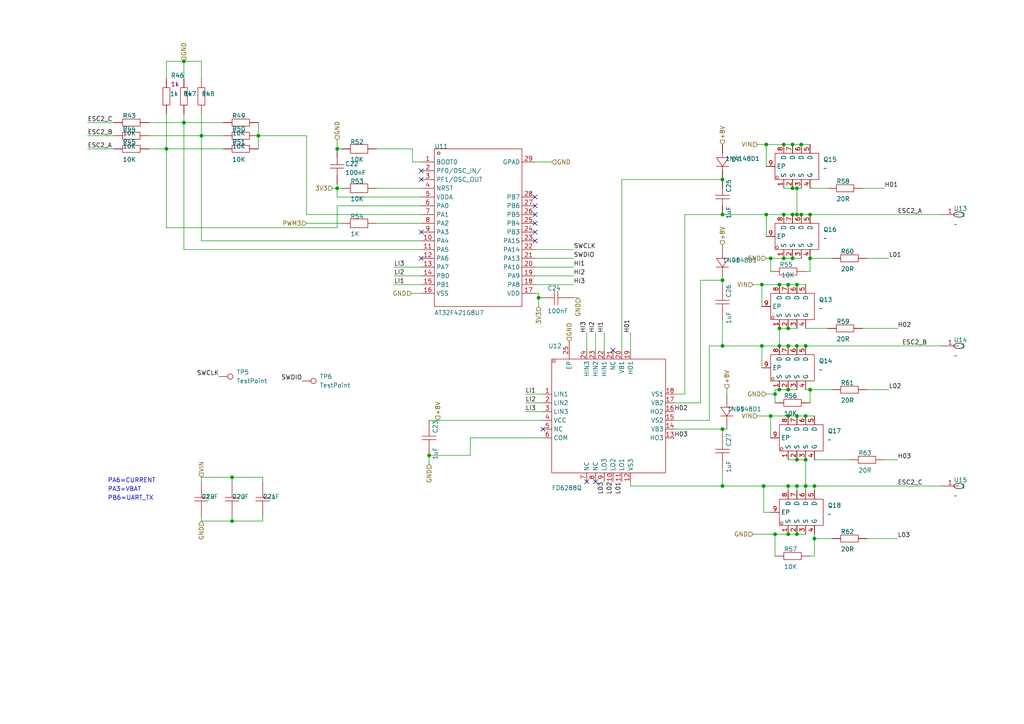
<source format=kicad_sch>
(kicad_sch (version 20250114) (generator "eeschema") (generator_version "9.0")
  (paper "A4")
  (lib_symbols
    (symbol "2_P2-altium-import:root_0_100nf_" (pin_numbers (hide yes)) (pin_names (hide yes))
      (symbol "root_0_100nf__1_0"
        (pin passive line (at -5.08 0 0) (length 2.54) (name "1") (number "1"))
        (pin passive line (at 5.08 0 180) (length 2.54) (name "2") (number "2"))
      )
    )
    (symbol "2_P2-altium-import:root_0_10k_" (pin_numbers (hide yes)) (pin_names (hide yes))
      (symbol "root_0_10k__1_0"
        (pin passive line (at -5.08 0 0) (length 2.54) (name "1") (number "1"))
        (pin passive line (at 5.08 0 180) (length 2.54) (name "2") (number "2"))
      )
    )
    (symbol "2_P2-altium-import:root_0_AT32F421G8U7_"
      (symbol "root_0_AT32F421G8U7__1_0"
        (pin passive line (at -3.81 41.91 0) (length 3.81) (name "BOOT0") (number "1"))
        (pin passive line (at -3.81 39.37 0) (length 3.81) (name "PF0/OSC_IN/") (number "2"))
        (pin passive line (at -3.81 36.83 0) (length 3.81) (name "PF1/OSC_OUT") (number "3"))
        (pin passive line (at -3.81 34.29 0) (length 3.81) (name "NRST") (number "4"))
        (pin passive line (at -3.81 31.75 0) (length 3.81) (name "VDDA") (number "5"))
        (pin passive line (at -3.81 29.21 0) (length 3.81) (name "PA0") (number "6"))
        (pin passive line (at -3.81 26.67 0) (length 3.81) (name "PA1") (number "7"))
        (pin passive line (at -3.81 24.13 0) (length 3.81) (name "PA2") (number "8"))
        (pin passive line (at -3.81 21.59 0) (length 3.81) (name "PA3") (number "9"))
        (pin passive line (at -3.81 19.05 0) (length 3.81) (name "PA4") (number "10"))
        (pin passive line (at -3.81 16.51 0) (length 3.81) (name "PA5") (number "11"))
        (pin passive line (at -3.81 13.97 0) (length 3.81) (name "PA6") (number "12"))
        (pin passive line (at -3.81 11.43 0) (length 3.81) (name "PA7") (number "13"))
        (pin passive line (at -3.81 8.89 0) (length 3.81) (name "PB0") (number "14"))
        (pin passive line (at -3.81 6.35 0) (length 3.81) (name "PB1") (number "15"))
        (pin passive line (at -3.81 3.81 0) (length 3.81) (name "VSS") (number "16"))
        (pin passive line (at 29.21 41.91 180) (length 3.81) (name "GPAD") (number "29"))
        (pin passive line (at 29.21 31.75 180) (length 3.81) (name "PB7") (number "28"))
        (pin passive line (at 29.21 29.21 180) (length 3.81) (name "PB6") (number "27"))
        (pin passive line (at 29.21 26.67 180) (length 3.81) (name "PB5") (number "26"))
        (pin passive line (at 29.21 24.13 180) (length 3.81) (name "PB4") (number "25"))
        (pin passive line (at 29.21 21.59 180) (length 3.81) (name "PB3") (number "24"))
        (pin passive line (at 29.21 19.05 180) (length 3.81) (name "PA15") (number "23"))
        (pin passive line (at 29.21 16.51 180) (length 3.81) (name "PA14") (number "22"))
        (pin passive line (at 29.21 13.97 180) (length 3.81) (name "PA13") (number "21"))
        (pin passive line (at 29.21 11.43 180) (length 3.81) (name "PA10") (number "20"))
        (pin passive line (at 29.21 8.89 180) (length 3.81) (name "PA9") (number "19"))
        (pin passive line (at 29.21 6.35 180) (length 3.81) (name "PA8") (number "18"))
        (pin passive line (at 29.21 3.81 180) (length 3.81) (name "VDD") (number "17"))
      )
    )
    (symbol "2_P2-altium-import:root_0_ESC焊盘_"
      (symbol "root_0_ESC焊盘__1_0"
        (pin passive line (at -5.08 0 0) (length 5.08) (name "1") (number "1"))
      )
    )
    (symbol "2_P2-altium-import:root_0_FD6288Q_3_"
      (symbol "root_0_FD6288Q_3__1_0"
        (pin passive line (at -19.05 6.35 0) (length 2.54) (name "LIN1") (number "1"))
        (pin passive line (at -19.05 3.81 0) (length 2.54) (name "LIN2") (number "2"))
        (pin passive line (at -19.05 1.27 0) (length 2.54) (name "LIN3") (number "3"))
        (pin passive line (at -19.05 -1.27 0) (length 2.54) (name "VCC") (number "4"))
        (pin passive line (at -19.05 -3.81 0) (length 2.54) (name "NC") (number "5"))
        (pin passive line (at -19.05 -6.35 0) (length 2.54) (name "COM") (number "6"))
        (pin passive line (at -11.43 21.59 270) (length 5.08) (name "EP") (number "25"))
        (pin passive line (at -6.35 19.05 270) (length 2.54) (name "HIN3") (number "24"))
        (pin passive line (at -6.35 -19.05 90) (length 2.54) (name "NC") (number "7"))
        (pin passive line (at -3.81 19.05 270) (length 2.54) (name "HIN2") (number "23"))
        (pin passive line (at -3.81 -19.05 90) (length 2.54) (name "NC") (number "8"))
        (pin passive line (at -1.27 19.05 270) (length 2.54) (name "HIN1") (number "22"))
        (pin passive line (at -1.27 -19.05 90) (length 2.54) (name "LO3") (number "9"))
        (pin passive line (at 1.27 19.05 270) (length 2.54) (name "NC") (number "21"))
        (pin passive line (at 1.27 -19.05 90) (length 2.54) (name "LO2") (number "10"))
        (pin passive line (at 3.81 19.05 270) (length 2.54) (name "VB1") (number "20"))
        (pin passive line (at 3.81 -19.05 90) (length 2.54) (name "LO1") (number "11"))
        (pin passive line (at 6.35 19.05 270) (length 2.54) (name "HO1") (number "19"))
        (pin passive line (at 6.35 -19.05 90) (length 2.54) (name "VS3") (number "12"))
        (pin passive line (at 19.05 6.35 180) (length 2.54) (name "VS1") (number "18"))
        (pin passive line (at 19.05 3.81 180) (length 2.54) (name "VB2") (number "17"))
        (pin passive line (at 19.05 1.27 180) (length 2.54) (name "HO2") (number "16"))
        (pin passive line (at 19.05 -1.27 180) (length 2.54) (name "VS2") (number "15"))
        (pin passive line (at 19.05 -3.81 180) (length 2.54) (name "VB3") (number "14"))
        (pin passive line (at 19.05 -6.35 180) (length 2.54) (name "HO3") (number "13"))
      )
    )
    (symbol "2_P2-altium-import:root_0_R0201_3_" (pin_numbers (hide yes)) (pin_names (hide yes))
      (symbol "root_0_R0201_3__1_0"
        (pin passive line (at -5.08 0 0) (length 2.54) (name "1") (number "1"))
        (pin passive line (at 5.08 0 180) (length 2.54) (name "2") (number "2"))
      )
    )
    (symbol "2_P2-altium-import:root_0_R0402_" (pin_numbers (hide yes)) (pin_names (hide yes))
      (symbol "root_0_R0402__1_0"
        (pin passive line (at -5.08 0 0) (length 2.54) (name "1") (number "1"))
        (pin passive line (at 5.08 0 180) (length 2.54) (name "2") (number "2"))
      )
    )
    (symbol "2_P2-altium-import:root_1_100nf_" (pin_numbers (hide yes)) (pin_names (hide yes))
      (symbol "root_1_100nf__1_0"
        (pin passive line (at 0 5.08 270) (length 2.54) (name "2") (number "2"))
        (pin passive line (at 0 -5.08 90) (length 2.54) (name "1") (number "1"))
      )
    )
    (symbol "2_P2-altium-import:root_1_CAP_0805_" (pin_numbers (hide yes)) (pin_names (hide yes))
      (symbol "root_1_CAP_0805__1_0"
        (pin passive line (at 0 5.08 270) (length 2.54) (name "2") (number "2"))
        (pin passive line (at 0 -5.08 90) (length 2.54) (name "1") (number "1"))
      )
    )
    (symbol "2_P2-altium-import:root_1_R0201_3_" (pin_numbers (hide yes)) (pin_names (hide yes))
      (symbol "root_1_R0201_3__1_0"
        (pin passive line (at 0 5.08 270) (length 2.54) (name "2") (number "2"))
        (pin passive line (at 0 -5.08 90) (length 2.54) (name "1") (number "1"))
      )
    )
    (symbol "2_P2-altium-import:root_1_SED3080M_"
      (symbol "root_1_SED3080M__1_0"
        (pin passive line (at -8.89 0 0) (length 2.54) (name "EP") (number "9"))
        (pin passive line (at -3.81 6.35 270) (length 2.54) (name "D") (number "8"))
        (pin passive line (at -3.81 -6.35 90) (length 2.54) (name "S") (number "1"))
        (pin passive line (at -1.27 6.35 270) (length 2.54) (name "D") (number "7"))
        (pin passive line (at -1.27 -6.35 90) (length 2.54) (name "S") (number "2"))
        (pin passive line (at 1.27 6.35 270) (length 2.54) (name "D") (number "6"))
        (pin passive line (at 1.27 -6.35 90) (length 2.54) (name "S") (number "3"))
        (pin passive line (at 3.81 6.35 270) (length 2.54) (name "D") (number "5"))
        (pin passive line (at 3.81 -6.35 90) (length 2.54) (name "G") (number "4"))
      )
    )
    (symbol "2_P2-altium-import:root_1_TPBT4448-1006_" (pin_numbers (hide yes)) (pin_names (hide yes))
      (symbol "root_1_TPBT4448-1006__1_0"
        (pin passive line (at 0 5.08 270) (length 2.54) (name "A") (number "2"))
        (pin passive line (at 0 -5.08 90) (length 2.54) (name "K") (number "1"))
      )
    )
    (symbol "2_P2-altium-import:root_2_1k_" (pin_numbers (hide yes)) (pin_names (hide yes))
      (symbol "root_2_1k__1_0"
        (pin passive line (at -5.08 0 0) (length 2.54) (name "2") (number "2"))
        (pin passive line (at 5.08 0 180) (length 2.54) (name "1") (number "1"))
      )
    )
    (symbol "2_P2-altium-import:root_3_C0402_" (pin_numbers (hide yes)) (pin_names (hide yes))
      (symbol "root_3_C0402__1_0"
        (pin passive line (at 0 5.08 270) (length 2.54) (name "1") (number "1"))
        (pin passive line (at 0 -5.08 90) (length 2.54) (name "2") (number "2"))
      )
    )
    (symbol "Connector:TestPoint" (pin_numbers (hide yes)) (pin_names (offset 0.762) (hide yes))
      (property "Reference" "TP" (at 0 6.858 0))
      (property "Value" "TestPoint" (at 0 5.08 0))
      (symbol "TestPoint_1_1"
        (pin passive line (at 0 0 90) (length 2.54) (name "1") (number "1"))
      )
    )
  )
  (text "PB6=UART_TX" (at 31.242 145.288 0) (effects (font (size 1.27 1.27)) (justify left bottom)))
  (text "PA6=CURRENT" (at 31.242 140.208 0) (effects (font (size 1.27 1.27)) (justify left bottom)))
  (text "PA3=VBAT" (at 31.242 142.748 0) (effects (font (size 1.27 1.27)) (justify left bottom)))
  (junction (at 233.68 133.35))
  (junction (at 228.6 82.55))
  (junction (at 74.93 39.37))
  (junction (at 222.25 41.91))
  (junction (at 231.14 133.35))
  (junction (at 97.79 54.61))
  (junction (at 233.68 100.33))
  (junction (at 97.79 43.18))
  (junction (at 229.87 62.23))
  (junction (at 231.14 154.94))
  (junction (at 221.488 140.97))
  (junction (at 232.41 62.23))
  (junction (at 220.98 82.55))
  (junction (at 228.6 113.03))
  (junction (at 58.42 39.37))
  (junction (at 228.6 120.65))
  (junction (at 156.21 86.36))
  (junction (at 209.55 52.07))
  (junction (at 231.14 140.97))
  (junction (at 223.52 74.93))
  (junction (at 231.14 54.61))
  (junction (at 222.25 62.23))
  (junction (at 220.98 100.33))
  (junction (at 232.41 41.91))
  (junction (at 231.14 120.65))
  (junction (at 124.46 132.08))
  (junction (at 229.87 41.91))
  (junction (at 233.68 140.97))
  (junction (at 231.14 82.55))
  (junction (at 48.26 43.18))
  (junction (at 234.95 113.03))
  (junction (at 67.31 138.43))
  (junction (at 53.34 17.78))
  (junction (at 229.87 54.61))
  (junction (at 209.55 62.23))
  (junction (at 53.34 35.56))
  (junction (at 231.14 62.23))
  (junction (at 234.95 74.93))
  (junction (at 227.33 74.93))
  (junction (at 236.22 156.21))
  (junction (at 226.06 113.03))
  (junction (at 226.06 82.55))
  (junction (at 226.06 95.25))
  (junction (at 209.55 140.97))
  (junction (at 227.33 62.23))
  (junction (at 227.33 41.91))
  (junction (at 209.55 124.46))
  (junction (at 209.55 100.33))
  (junction (at 224.79 154.94))
  (junction (at 67.31 151.13))
  (junction (at 234.95 62.23))
  (junction (at 229.87 74.93))
  (junction (at 228.6 95.25))
  (junction (at 233.68 120.65))
  (junction (at 226.06 100.33))
  (junction (at 236.22 140.97))
  (junction (at 228.6 100.33))
  (junction (at 228.6 140.97))
  (junction (at 224.79 114.3))
  (junction (at 228.6 154.94))
  (junction (at 223.52 120.65))
  (junction (at 209.55 81.28))
  (junction (at 231.14 100.33))
  (no_connect (at 122.174 74.93))
  (no_connect (at 122.174 52.07))
  (no_connect (at 155.194 64.77))
  (no_connect (at 122.174 67.31))
  (no_connect (at 155.194 67.31))
  (no_connect (at 155.194 69.85))
  (no_connect (at 155.194 62.23))
  (no_connect (at 177.8 101.6))
  (no_connect (at 155.194 59.69))
  (no_connect (at 122.174 49.53))
  (no_connect (at 172.72 139.7))
  (no_connect (at 157.48 124.46))
  (no_connect (at 170.18 139.7))
  (no_connect (at 155.194 57.15))
  (wire (pts (xy 233.68 95.25) (xy 240.03 95.25)))
  (wire (pts (xy 124.46 134.62) (xy 124.46 132.08)))
  (wire (pts (xy 233.68 113.03) (xy 234.95 113.03)))
  (wire (pts (xy 67.31 138.43) (xy 67.31 139.7)))
  (wire (pts (xy 227.33 62.23) (xy 229.87 62.23)))
  (wire (pts (xy 53.34 35.56) (xy 53.34 33.02)))
  (wire (pts (xy 48.26 33.02) (xy 48.26 43.18)))
  (wire (pts (xy 97.79 59.69) (xy 97.79 66.04)))
  (wire (pts (xy 260.35 133.35) (xy 256.54 133.35)))
  (wire (pts (xy 156.21 85.09) (xy 156.21 86.36)))
  (wire (pts (xy 224.79 113.03) (xy 224.79 114.3)))
  (wire (pts (xy 119.634 43.18) (xy 109.22 43.18)))
  (wire (pts (xy 234.95 113.03) (xy 234.95 116.84)))
  (wire (pts (xy 221.488 140.97) (xy 228.6 140.97)))
  (wire (pts (xy 53.34 35.56) (xy 53.34 72.39)))
  (wire (pts (xy 182.88 96.52) (xy 182.88 101.6)))
  (wire (pts (xy 233.68 100.33) (xy 273.05 100.33)))
  (wire (pts (xy 64.77 35.56) (xy 53.34 35.56)))
  (wire (pts (xy 119.38 85.09) (xy 122.174 85.09)))
  (wire (pts (xy 152.4 116.84) (xy 157.48 116.84)))
  (wire (pts (xy 33.02 39.37) (xy 25.4 39.37)))
  (wire (pts (xy 229.87 54.61) (xy 227.33 54.61)))
  (wire (pts (xy 122.174 46.99) (xy 119.634 46.99)))
  (wire (pts (xy 25.4 35.56) (xy 33.02 35.56)))
  (wire (pts (xy 231.14 154.94) (xy 228.6 154.94)))
  (wire (pts (xy 226.06 82.55) (xy 228.6 82.55)))
  (wire (pts (xy 222.25 48.26) (xy 222.25 41.91)))
  (wire (pts (xy 114.3 80.01) (xy 122.174 80.01)))
  (wire (pts (xy 220.98 100.33) (xy 226.06 100.33)))
  (wire (pts (xy 209.55 92.71) (xy 209.55 100.33)))
  (wire (pts (xy 203.2 81.28) (xy 209.55 81.28)))
  (wire (pts (xy 122.174 72.39) (xy 53.34 72.39)))
  (wire (pts (xy 229.87 62.23) (xy 231.14 62.23)))
  (wire (pts (xy 58.42 17.78) (xy 53.34 17.78)))
  (wire (pts (xy 48.26 43.18) (xy 48.26 66.04)))
  (wire (pts (xy 228.6 113.03) (xy 231.14 113.03)))
  (wire (pts (xy 175.26 101.6) (xy 175.26 96.52)))
  (wire (pts (xy 205.74 100.33) (xy 209.55 100.33)))
  (wire (pts (xy 223.52 74.93) (xy 223.52 78.74)))
  (wire (pts (xy 220.98 88.9) (xy 220.98 82.55)))
  (wire (pts (xy 221.488 148.59) (xy 223.52 148.59)))
  (wire (pts (xy 74.93 39.37) (xy 74.93 35.56)))
  (wire (pts (xy 234.95 74.93) (xy 241.3 74.93)))
  (wire (pts (xy 122.174 69.85) (xy 58.42 69.85)))
  (wire (pts (xy 236.22 156.21) (xy 236.22 161.29)))
  (wire (pts (xy 203.2 81.28) (xy 203.2 116.84)))
  (wire (pts (xy 209.55 125.73) (xy 209.55 124.46)))
  (wire (pts (xy 226.06 100.33) (xy 228.6 100.33)))
  (wire (pts (xy 58.42 151.13) (xy 58.42 149.86)))
  (wire (pts (xy 220.98 100.33) (xy 220.98 106.68)))
  (wire (pts (xy 97.79 54.61) (xy 96.52 54.61)))
  (wire (pts (xy 236.22 140.97) (xy 236.22 142.24)))
  (wire (pts (xy 58.42 138.43) (xy 58.42 139.7)))
  (wire (pts (xy 250.19 95.25) (xy 260.35 95.25)))
  (wire (pts (xy 226.06 113.03) (xy 224.79 113.03)))
  (wire (pts (xy 97.79 54.61) (xy 99.06 54.61)))
  (wire (pts (xy 224.79 154.94) (xy 228.6 154.94)))
  (wire (pts (xy 58.42 138.43) (xy 67.31 138.43)))
  (wire (pts (xy 236.22 156.21) (xy 241.3 156.21)))
  (wire (pts (xy 222.25 68.58) (xy 222.25 62.23)))
  (wire (pts (xy 114.3 77.47) (xy 122.174 77.47)))
  (wire (pts (xy 232.41 54.61) (xy 231.14 54.61)))
  (wire (pts (xy 231.14 100.33) (xy 233.68 100.33)))
  (wire (pts (xy 97.79 40.64) (xy 97.79 43.18)))
  (wire (pts (xy 195.58 114.3) (xy 198.628 114.3)))
  (wire (pts (xy 109.22 64.77) (xy 122.174 64.77)))
  (wire (pts (xy 209.55 100.33) (xy 220.98 100.33)))
  (wire (pts (xy 119.634 46.99) (xy 119.634 43.18)))
  (wire (pts (xy 74.93 39.37) (xy 74.676 39.37)))
  (wire (pts (xy 233.68 154.94) (xy 231.14 154.94)))
  (wire (pts (xy 233.68 140.97) (xy 231.14 140.97)))
  (wire (pts (xy 109.22 54.61) (xy 122.174 54.61)))
  (wire (pts (xy 209.55 62.23) (xy 222.25 62.23)))
  (wire (pts (xy 67.31 138.43) (xy 76.2 138.43)))
  (wire (pts (xy 155.194 46.99) (xy 160.02 46.99)))
  (wire (pts (xy 232.41 62.23) (xy 234.95 62.23)))
  (wire (pts (xy 224.79 114.3) (xy 224.79 116.84)))
  (wire (pts (xy 170.18 96.52) (xy 170.18 101.6)))
  (wire (pts (xy 198.628 62.23) (xy 198.628 114.3)))
  (wire (pts (xy 155.194 72.39) (xy 166.37 72.39)))
  (wire (pts (xy 48.26 17.78) (xy 48.26 22.86)))
  (wire (pts (xy 74.93 43.18) (xy 74.93 39.37)))
  (wire (pts (xy 251.46 113.03) (xy 257.81 113.03)))
  (wire (pts (xy 195.58 121.92) (xy 205.74 121.92)))
  (wire (pts (xy 195.58 116.84) (xy 203.2 116.84)))
  (wire (pts (xy 222.25 62.23) (xy 227.33 62.23)))
  (wire (pts (xy 97.79 43.18) (xy 99.06 43.18)))
  (wire (pts (xy 231.14 82.55) (xy 233.68 82.55)))
  (wire (pts (xy 234.95 78.74) (xy 234.95 74.93)))
  (wire (pts (xy 53.34 35.56) (xy 43.18 35.56)))
  (wire (pts (xy 97.79 54.61) (xy 97.79 57.15)))
  (wire (pts (xy 97.79 59.69) (xy 122.174 59.69)))
  (wire (pts (xy 88.9 62.23) (xy 88.9 39.37)))
  (wire (pts (xy 155.194 74.93) (xy 166.37 74.93)))
  (wire (pts (xy 218.44 154.94) (xy 224.79 154.94)))
  (wire (pts (xy 114.3 82.55) (xy 122.174 82.55)))
  (wire (pts (xy 97.79 53.34) (xy 97.79 54.61)))
  (wire (pts (xy 155.194 82.55) (xy 166.37 82.55)))
  (wire (pts (xy 231.14 133.35) (xy 233.68 133.35)))
  (wire (pts (xy 182.88 139.7) (xy 182.88 140.97)))
  (wire (pts (xy 228.6 133.35) (xy 231.14 133.35)))
  (wire (pts (xy 152.4 119.38) (xy 157.48 119.38)))
  (wire (pts (xy 234.95 62.23) (xy 273.05 62.23)))
  (wire (pts (xy 229.87 41.91) (xy 232.41 41.91)))
  (wire (pts (xy 43.18 39.37) (xy 58.42 39.37)))
  (wire (pts (xy 233.68 133.35) (xy 233.68 140.97)))
  (wire (pts (xy 231.14 140.97) (xy 228.6 140.97)))
  (wire (pts (xy 233.68 120.65) (xy 236.22 120.65)))
  (wire (pts (xy 250.19 54.61) (xy 256.54 54.61)))
  (wire (pts (xy 180.34 52.07) (xy 180.34 101.6)))
  (wire (pts (xy 48.26 43.18) (xy 64.77 43.18)))
  (wire (pts (xy 236.22 140.97) (xy 233.68 140.97)))
  (wire (pts (xy 233.68 140.97) (xy 233.68 142.24)))
  (wire (pts (xy 222.25 41.91) (xy 227.33 41.91)))
  (wire (pts (xy 226.06 113.03) (xy 228.6 113.03)))
  (wire (pts (xy 233.68 78.74) (xy 234.95 78.74)))
  (wire (pts (xy 122.174 62.23) (xy 88.9 62.23)))
  (wire (pts (xy 222.25 74.93) (xy 223.52 74.93)))
  (wire (pts (xy 198.628 62.23) (xy 209.55 62.23)))
  (wire (pts (xy 228.6 82.55) (xy 231.14 82.55)))
  (wire (pts (xy 221.488 140.97) (xy 221.488 148.59)))
  (wire (pts (xy 58.42 39.37) (xy 64.77 39.37)))
  (wire (pts (xy 251.46 156.21) (xy 260.35 156.21)))
  (wire (pts (xy 156.21 85.09) (xy 155.194 85.09)))
  (wire (pts (xy 231.14 54.61) (xy 231.14 62.23)))
  (wire (pts (xy 236.22 154.94) (xy 236.22 156.21)))
  (wire (pts (xy 209.55 140.97) (xy 221.488 140.97)))
  (wire (pts (xy 48.26 43.18) (xy 43.18 43.18)))
  (wire (pts (xy 228.6 100.33) (xy 231.14 100.33)))
  (wire (pts (xy 228.6 95.25) (xy 231.14 95.25)))
  (wire (pts (xy 67.31 151.13) (xy 76.2 151.13)))
  (wire (pts (xy 67.31 149.86) (xy 67.31 151.13)))
  (wire (pts (xy 167.64 86.36) (xy 166.37 86.36)))
  (wire (pts (xy 136.398 132.08) (xy 136.398 127)))
  (wire (pts (xy 172.72 96.52) (xy 172.72 101.6)))
  (wire (pts (xy 231.14 120.65) (xy 233.68 120.65)))
  (wire (pts (xy 219.71 41.91) (xy 222.25 41.91)))
  (wire (pts (xy 58.42 151.13) (xy 67.31 151.13)))
  (wire (pts (xy 97.79 66.04) (xy 48.26 66.04)))
  (wire (pts (xy 182.88 140.97) (xy 209.55 140.97)))
  (wire (pts (xy 218.44 82.55) (xy 220.98 82.55)))
  (wire (pts (xy 210.82 112.776) (xy 210.82 114.3)))
  (wire (pts (xy 124.46 132.08) (xy 136.398 132.08)))
  (wire (pts (xy 226.06 95.25) (xy 228.6 95.25)))
  (wire (pts (xy 232.41 41.91) (xy 234.95 41.91)))
  (wire (pts (xy 155.194 80.01) (xy 166.37 80.01)))
  (wire (pts (xy 223.52 120.65) (xy 228.6 120.65)))
  (wire (pts (xy 58.42 17.78) (xy 58.42 22.86)))
  (wire (pts (xy 155.194 77.47) (xy 166.37 77.47)))
  (wire (pts (xy 234.95 113.03) (xy 241.3 113.03)))
  (wire (pts (xy 227.33 41.91) (xy 229.87 41.91)))
  (wire (pts (xy 53.34 17.78) (xy 53.34 22.86)))
  (wire (pts (xy 222.25 114.3) (xy 224.79 114.3)))
  (wire (pts (xy 53.34 17.78) (xy 48.26 17.78)))
  (wire (pts (xy 205.74 121.92) (xy 205.74 100.33)))
  (wire (pts (xy 228.6 140.97) (xy 228.6 142.24)))
  (wire (pts (xy 58.42 33.02) (xy 58.42 39.37)))
  (wire (pts (xy 88.9 64.77) (xy 99.06 64.77)))
  (wire (pts (xy 157.48 127) (xy 136.398 127)))
  (wire (pts (xy 227.33 74.93) (xy 229.87 74.93)))
  (wire (pts (xy 219.71 120.65) (xy 223.52 120.65)))
  (wire (pts (xy 124.46 121.92) (xy 157.48 121.92)))
  (wire (pts (xy 209.55 124.46) (xy 210.82 124.46)))
  (wire (pts (xy 231.14 120.65) (xy 228.6 120.65)))
  (wire (pts (xy 209.55 81.28) (xy 209.55 82.55)))
  (wire (pts (xy 231.14 140.97) (xy 231.14 142.24)))
  (wire (pts (xy 223.52 120.65) (xy 223.52 127)))
  (wire (pts (xy 236.22 140.97) (xy 273.05 140.97)))
  (wire (pts (xy 226.06 95.25) (xy 226.06 100.33)))
  (wire (pts (xy 231.14 62.23) (xy 232.41 62.23)))
  (wire (pts (xy 231.14 54.61) (xy 229.87 54.61)))
  (wire (pts (xy 180.34 52.07) (xy 209.55 52.07)))
  (wire (pts (xy 195.58 124.46) (xy 209.55 124.46)))
  (wire (pts (xy 76.2 151.13) (xy 76.2 149.86)))
  (wire (pts (xy 224.79 154.94) (xy 224.79 161.29)))
  (wire (pts (xy 156.21 86.36) (xy 156.21 88.9)))
  (wire (pts (xy 229.87 74.93) (xy 232.41 74.93)))
  (wire (pts (xy 25.4 43.18) (xy 33.02 43.18)))
  (wire (pts (xy 152.4 114.3) (xy 157.48 114.3)))
  (wire (pts (xy 97.79 57.15) (xy 122.174 57.15)))
  (wire (pts (xy 251.46 74.93) (xy 257.81 74.93)))
  (wire (pts (xy 220.98 82.55) (xy 226.06 82.55)))
  (wire (pts (xy 58.42 39.37) (xy 58.42 69.85)))
  (wire (pts (xy 234.95 54.61) (xy 240.03 54.61)))
  (wire (pts (xy 223.52 74.93) (xy 227.33 74.93)))
  (wire (pts (xy 76.2 138.43) (xy 76.2 139.7)))
  (wire (pts (xy 236.22 161.29) (xy 234.95 161.29)))
  (wire (pts (xy 236.22 133.35) (xy 246.38 133.35)))
  (wire (pts (xy 88.9 39.37) (xy 74.93 39.37)))
  (wire (pts (xy 209.55 135.89) (xy 209.55 140.97)))
  (label "H01" (at 182.88 96.52 90))
  (label "HI2" (at 166.37 80.01 0))
  (label "SWDIO" (at 87.63 110.49 180))
  (label "L03" (at 175.26 139.7 270))
  (label "LI1" (at 152.4 114.3 0))
  (label "H02" (at 260.35 95.25 0))
  (label "L01" (at 180.34 139.7 270))
  (label "ESC2_C" (at 25.4 35.56 0))
  (label "SWDIO" (at 166.37 74.93 0))
  (label "SWCLK" (at 63.5 109.22 180))
  (label "HI3" (at 166.37 82.55 0))
  (label "LI1" (at 114.3 82.55 0))
  (label "HI1" (at 166.37 77.47 0))
  (label "LI2" (at 114.3 80.01 0))
  (label "SWCLK" (at 166.37 72.39 0))
  (label "HI2" (at 172.72 96.52 90))
  (label "ESC2_B" (at 261.62 100.33 0))
  (label "L02" (at 257.81 113.03 0))
  (label "H02" (at 195.58 119.38 0))
  (label "H03" (at 195.58 127 0))
  (label "ESC2_A" (at 25.4 43.18 0))
  (label "HI3" (at 170.18 96.52 90))
  (label "LI2" (at 152.4 116.84 0))
  (label "LI3" (at 152.4 119.38 0))
  (label "ESC2_A" (at 260.35 62.23 0))
  (label "H01" (at 256.54 54.61 0))
  (label "L03" (at 260.35 156.21 0))
  (label "L02" (at 177.8 139.7 270))
  (label "L01" (at 257.81 74.93 0))
  (label "ESC2_C" (at 260.35 140.97 0))
  (label "H03" (at 260.35 133.35 0))
  (label "ESC2_B" (at 25.4 39.37 0))
  (label "LI3" (at 114.3 77.47 0))
  (label "HI1" (at 175.26 96.52 90))
  (hierarchical_label "+8V" (shape input) (at 127 121.92 90))
  (hierarchical_label "GND" (shape input) (at 124.46 134.62 270))
  (hierarchical_label "PWM3" (shape input) (at 88.9 64.77 180))
  (hierarchical_label "GND" (shape input) (at 218.44 154.94 180))
  (hierarchical_label "GND" (shape input) (at 58.42 151.13 270))
  (hierarchical_label "GND" (shape input) (at 53.34 17.78 90))
  (hierarchical_label "GND" (shape input) (at 97.79 40.64 90))
  (hierarchical_label "+8V" (shape input) (at 209.55 71.12 90))
  (hierarchical_label "VIN" (shape input) (at 219.71 120.65 180))
  (hierarchical_label "GND" (shape input) (at 222.25 74.93 180))
  (hierarchical_label "+8V" (shape input) (at 209.55 41.91 90))
  (hierarchical_label "GND" (shape input) (at 165.1 99.06 90))
  (hierarchical_label "+8V" (shape input) (at 210.82 112.776 90))
  (hierarchical_label "GND" (shape input) (at 119.38 85.09 180))
  (hierarchical_label "GND" (shape input) (at 222.25 114.3 180))
  (hierarchical_label "3V3" (shape input) (at 96.52 54.61 180))
  (hierarchical_label "GND" (shape input) (at 167.64 86.36 270))
  (hierarchical_label "VIN" (shape input) (at 219.71 41.91 180))
  (hierarchical_label "GND" (shape input) (at 160.02 46.99 0))
  (hierarchical_label "VIN" (shape input) (at 218.44 82.55 180))
  (hierarchical_label "VIN" (shape input) (at 58.42 138.43 90))
  (hierarchical_label "3V3" (shape input) (at 156.21 88.9 270))
  (symbol (lib_id "2_P2-altium-import:root_3_C0402_") (at 124.46 127 0) (unit 1)
    (property "Reference" "C23" (at 127 125.73 90) (effects (justify left bottom)))
    (property "Value" "1uF" (at 127 133.35 90) (effects (justify left bottom)))
    (property "Footprint" "lcsc:C0201" (effects (hide yes)))
    (property "SYMBOL" "CapAcitance_1" (effects (hide yes)))
    (property "DEVICE" "C0402" (effects (hide yes)))
    (property "CONVERT TO PCB" "yes" (effects (hide yes)))
    (property "ADD INTO BOM" "yes" (effects (hide yes)))
    (property "SUPPLIER FOOTPRINT" "0402" (effects (hide yes)))
    (property "ALTIUM_VALUE" "1uF" (effects (hide yes)))
    (property "SUPPLIER PART" "C76935" (effects (hide yes)))
    (property "CHECK" "false" (effects (hide yes)))
  )
  (symbol (lib_id "2_P2-altium-import:root_0_R0201_3_") (at 245.11 95.25 0) (unit 1)
    (property "Reference" "R59" (at 242.57 93.98 0) (effects (justify left bottom)))
    (property "Value" "20R" (at 242.57 99.06 0) (effects (justify left bottom)))
    (property "Footprint" "lcsc:R0201" (effects (hide yes)))
    (property "SYMBOL" "电阻_2" (effects (hide yes)))
    (property "DEVICE" "R0201_3" (effects (hide yes)))
    (property "CONVERT TO PCB" "yes" (effects (hide yes)))
    (property "ADD INTO BOM" "yes" (effects (hide yes)))
    (property "SUPPLIER FOOTPRINT" "0201" (effects (hide yes)))
    (property "ALTIUM_VALUE" "20R" (effects (hide yes)))
    (property "CHECK" "false" (effects (hide yes)))
  )
  (symbol (lib_id "2_P2-altium-import:root_1_TPBT4448-1006_") (at 209.55 46.99 0) (unit 1)
    (property "Reference" "D7" (at 212.09 46.99 0) (effects (justify left bottom)))
    (property "Value" "1N4148D1" (at 210.312 46.736 0) (effects (justify left bottom)))
    (property "Footprint" "lcsc:DFN1006-2L-RD" (effects (hide yes)))
    (property "SYMBOL" "TPBT4448-1006" (effects (hide yes)))
    (property "DEVICE" "TPBT4448-1006" (effects (hide yes)))
    (property "SUPPLIER PART" "C970035" (effects (hide yes)))
    (property "ADD INTO BOM" "yes" (effects (hide yes)))
    (property "CONVERT TO PCB" "yes" (effects (hide yes)))
    (property "POWER DISSIPATION" "-" (effects (hide yes)))
    (property "OPERATING TEMPERATURE" "-" (effects (hide yes)))
  )
  (symbol (lib_id "2_P2-altium-import:root_1_R0201_3_") (at 53.34 27.94 0) (unit 1)
    (property "Reference" "R47" (at 53.086 27.94 0) (effects (justify left bottom)))
    (property "Value" "1k" (at 53.34 27.94 0) (effects (justify left bottom)))
    (property "Footprint" "lcsc:R0201" (effects (hide yes)))
    (property "SYMBOL" "电阻_2" (effects (hide yes)))
    (property "DEVICE" "R0201_3" (effects (hide yes)))
    (property "CONVERT TO PCB" "yes" (effects (hide yes)))
    (property "ADD INTO BOM" "yes" (effects (hide yes)))
    (property "SUPPLIER FOOTPRINT" "0201" (effects (hide yes)))
    (property "ALTIUM_VALUE" "1k" (effects (hide yes)))
    (property "CHECK" "false" (effects (hide yes)))
  )
  (symbol (lib_id "2_P2-altium-import:root_0_R0402_") (at 229.87 161.29 0) (unit 1)
    (property "Reference" "R57" (at 227.33 160.02 0) (effects (justify left bottom)))
    (property "Value" "10K" (at 227.33 165.1 0) (effects (justify left bottom)))
    (property "Footprint" "lcsc:R0201" (effects (hide yes)))
    (property "SYMBOL" "电阻_2" (effects (hide yes)))
    (property "DEVICE" "R0402" (effects (hide yes)))
    (property "ADD INTO BOM" "yes" (effects (hide yes)))
    (property "CONVERT TO PCB" "yes" (effects (hide yes)))
    (property "SUPPLIER FOOTPRINT" "0402" (effects (hide yes)))
    (property "ALTIUM_VALUE" "10K" (effects (hide yes)))
    (property "CHECK" "false" (effects (hide yes)))
  )
  (symbol (lib_id "2_P2-altium-import:root_0_R0402_") (at 246.38 74.93 0) (unit 1)
    (property "Reference" "R60" (at 243.84 73.66 0) (effects (justify left bottom)))
    (property "Value" "20R" (at 243.84 78.74 0) (effects (justify left bottom)))
    (property "Footprint" "lcsc:R0201" (effects (hide yes)))
    (property "SYMBOL" "电阻_2" (effects (hide yes)))
    (property "DEVICE" "R0402" (effects (hide yes)))
    (property "ADD INTO BOM" "yes" (effects (hide yes)))
    (property "CONVERT TO PCB" "yes" (effects (hide yes)))
    (property "SUPPLIER FOOTPRINT" "0402" (effects (hide yes)))
    (property "ALTIUM_VALUE" "20R" (effects (hide yes)))
    (property "CHECK" "false" (effects (hide yes)))
  )
  (symbol (lib_id "2_P2-altium-import:root_1_CAP_0805_") (at 76.2 144.78 0) (unit 1)
    (property "Reference" "C21" (at 76.2 144.78 0) (effects (justify left bottom)))
    (property "Value" "22uF" (at 76.2 144.78 0) (effects (justify left bottom)))
    (property "Footprint" "lcsc:C0805" (effects (hide yes)))
    (property "SYMBOL" "CapAcitance_1" (effects (hide yes)))
    (property "DEVICE" "CAP_0805" (effects (hide yes)))
    (property "CONVERT TO PCB" "yes" (effects (hide yes)))
    (property "ADD INTO BOM" "yes" (effects (hide yes)))
    (property "SUPPLIER FOOTPRINT" "0805" (effects (hide yes)))
    (property "ALTIUM_VALUE" "22uF" (effects (hide yes)))
  )
  (symbol (lib_id "2_P2-altium-import:root_0_R0201_3_") (at 69.85 39.37 0) (unit 1)
    (property "Reference" "R50" (at 67.31 38.1 0) (effects (justify left bottom)))
    (property "Value" "10K" (at 67.31 43.18 0) (effects (justify left bottom)))
    (property "Footprint" "lcsc:R0201" (effects (hide yes)))
    (property "SYMBOL" "电阻_2" (effects (hide yes)))
    (property "DEVICE" "R0201_3" (effects (hide yes)))
    (property "CONVERT TO PCB" "yes" (effects (hide yes)))
    (property "ADD INTO BOM" "yes" (effects (hide yes)))
    (property "SUPPLIER FOOTPRINT" "0201" (effects (hide yes)))
    (property "ALTIUM_VALUE" "10K" (effects (hide yes)))
    (property "CHECK" "false" (effects (hide yes)))
  )
  (symbol (lib_id "2_P2-altium-import:root_3_C0402_") (at 209.55 57.15 0) (unit 1)
    (property "Reference" "C25" (at 212.09 55.88 90) (effects (justify left bottom)))
    (property "Value" "1uF" (at 212.09 63.5 90) (effects (justify left bottom)))
    (property "Footprint" "lcsc:C0201" (effects (hide yes)))
    (property "SYMBOL" "CapAcitance_1" (effects (hide yes)))
    (property "DEVICE" "C0402" (effects (hide yes)))
    (property "CONVERT TO PCB" "yes" (effects (hide yes)))
    (property "ADD INTO BOM" "yes" (effects (hide yes)))
    (property "SUPPLIER FOOTPRINT" "0402" (effects (hide yes)))
    (property "ALTIUM_VALUE" "1uF" (effects (hide yes)))
    (property "CHECK" "false" (effects (hide yes)))
  )
  (symbol (lib_id "2_P2-altium-import:root_1_SED3080M_") (at 231.14 68.58 0) (unit 1)
    (property "Reference" "Q16" (at 238.76 67.31 0) (effects (justify left bottom)))
    (property "Value" "~" (at 238.76 69.85 0) (effects (justify left bottom)))
    (property "Footprint" "lcsc:DFN-8_L3.0-W3.0-P0.65-BL" (effects (hide yes)))
    (property "SYMBOL" "SED3080M" (effects (hide yes)))
    (property "DEVICE" "SED3080M" (effects (hide yes)))
    (property "LCSC PART NAME" "N沟道 30V 80A" (effects (hide yes)))
    (property "SUPPLIER PART" "C17702946" (effects (hide yes)))
    (property "SUPPLIER FOOTPRINT" "DFN 3x3" (effects (hide yes)))
    (property "JLCPCB PART CLASS" "扩展库" (effects (hide yes)))
    (property "DATASHEET" "https://atta.szlcsc.com/upload/public/pdf/source/20180713/C238667_532A6CBA57821AB07A742C5DFB205B0F.pdf" (effects (hide yes)))
    (property "ADD INTO BOM" "yes" (effects (hide yes)))
    (property "CONVERT TO PCB" "yes" (effects (hide yes)))
    (property "TYPE" "N沟道" (effects (hide yes)))
    (property "DRAIN SOURCE VOLTAGE (VDSS)" "30V" (effects (hide yes)))
    (property "CONTINUOUS DRAIN CURRENT (ID)" "80A" (effects (hide yes)))
    (property "POWER DISSIPATION (PD)" "83W" (effects (hide yes)))
    (property "DRAIN SOURCE ON RESISTANCE (RDS(ON)@VGS,ID)" "6.5mΩ@10V,25A" (effects (hide yes)))
    (property "GATE THRESHOLD VOLTAGE (VGS(TH)@ID)" "3V@250uA" (effects (hide yes)))
    (property "CHECK" "false" (effects (hide yes)))
  )
  (symbol (lib_id "2_P2-altium-import:root_0_R0201_3_") (at 245.11 54.61 0) (unit 1)
    (property "Reference" "R58" (at 242.57 53.34 0) (effects (justify left bottom)))
    (property "Value" "20R" (at 242.57 58.42 0) (effects (justify left bottom)))
    (property "Footprint" "lcsc:R0201" (effects (hide yes)))
    (property "SYMBOL" "电阻_2" (effects (hide yes)))
    (property "DEVICE" "R0201_3" (effects (hide yes)))
    (property "CONVERT TO PCB" "yes" (effects (hide yes)))
    (property "ADD INTO BOM" "yes" (effects (hide yes)))
    (property "SUPPLIER FOOTPRINT" "0201" (effects (hide yes)))
    (property "ALTIUM_VALUE" "20R" (effects (hide yes)))
    (property "CHECK" "false" (effects (hide yes)))
  )
  (symbol (lib_id "2_P2-altium-import:root_0_R0402_") (at 228.6 78.74 0) (unit 1)
    (property "Reference" "R55" (at 226.06 77.47 0) (effects (justify left bottom)))
    (property "Value" "10K" (at 226.568 80.518 0) (effects (justify left bottom)))
    (property "Footprint" "lcsc:R0201" (effects (hide yes)))
    (property "SYMBOL" "电阻_2" (effects (hide yes)))
    (property "DEVICE" "R0402" (effects (hide yes)))
    (property "ADD INTO BOM" "yes" (effects (hide yes)))
    (property "CONVERT TO PCB" "yes" (effects (hide yes)))
    (property "SUPPLIER FOOTPRINT" "0402" (effects (hide yes)))
    (property "ALTIUM_VALUE" "10K" (effects (hide yes)))
    (property "CHECK" "false" (effects (hide yes)))
  )
  (symbol (lib_id "2_P2-altium-import:root_2_1k_") (at 104.14 64.77 0) (unit 1)
    (property "Reference" "R54" (at 101.6 63.5 0) (effects (justify left bottom)))
    (property "Value" "1K" (at 101.6 68.58 0) (effects (justify left bottom)))
    (property "Footprint" "lcsc:R0201" (effects (hide yes)))
    (property "SYMBOL" "1k" (effects (hide yes)))
    (property "DEVICE" "1k" (effects (hide yes)))
    (property "CONVERT TO PCB" "yes" (effects (hide yes)))
    (property "ADD INTO BOM" "yes" (effects (hide yes)))
    (property "ORIGIN FOOTPRINT" "0402-RSE" (effects (hide yes)))
    (property "NAMEALIAS" "Value(Ω)" (effects (hide yes)))
    (property "CONTRIBUTOR" "LCEDA_Lib" (effects (hide yes)))
    (property "SPICEPRE" "R" (effects (hide yes)))
    (property "SPICESYMBOLNAME" "R_0402_EU" (effects (hide yes)))
  )
  (symbol (lib_id "Connector:TestPoint") (at 63.5 109.22 270) (unit 1)
    (property "Reference" "TP5" (at 68.58 107.9499 90) (effects (justify left)))
    (property "Value" "TestPoint" (at 68.58 110.4899 90) (effects (justify left)))
    (property "Footprint" "TestPoint:TestPoint_Pad_D1.5mm" (effects (hide yes)))
    (property "Description" "test point" (effects (hide yes)))
  )
  (symbol (lib_id "2_P2-altium-import:root_1_CAP_0805_") (at 67.31 144.78 0) (unit 1)
    (property "Reference" "C20" (at 67.31 144.78 0) (effects (justify left bottom)))
    (property "Value" "22uF" (at 67.31 144.78 0) (effects (justify left bottom)))
    (property "Footprint" "lcsc:C0805" (effects (hide yes)))
    (property "SYMBOL" "CapAcitance_1" (effects (hide yes)))
    (property "DEVICE" "CAP_0805" (effects (hide yes)))
    (property "CONVERT TO PCB" "yes" (effects (hide yes)))
    (property "ADD INTO BOM" "yes" (effects (hide yes)))
    (property "SUPPLIER FOOTPRINT" "0805" (effects (hide yes)))
    (property "ALTIUM_VALUE" "22uF" (effects (hide yes)))
  )
  (symbol (lib_id "2_P2-altium-import:root_1_100nf_") (at 97.79 48.26 0) (unit 1)
    (property "Reference" "C22" (at 100.076 48.26 0) (effects (justify left bottom)))
    (property "Value" "100nF" (at 100.076 50.8 0) (effects (justify left bottom)))
    (property "Footprint" "lcsc:C0201" (effects (hide yes)))
    (property "SYMBOL" "100nf" (effects (hide yes)))
    (property "DEVICE" "100nf" (effects (hide yes)))
    (property "CONVERT TO PCB" "yes" (effects (hide yes)))
    (property "ADD INTO BOM" "yes" (effects (hide yes)))
    (property "ORIGIN FOOTPRINT" "0402-CAP" (effects (hide yes)))
    (property "NAMEALIAS" "Value(F)" (effects (hide yes)))
    (property "CONTRIBUTOR" "LCEDA_Lib" (effects (hide yes)))
    (property "SPICEPRE" "C" (effects (hide yes)))
    (property "SPICESYMBOLNAME" "C_0603_US" (effects (hide yes)))
  )
  (symbol (lib_id "2_P2-altium-import:root_3_C0402_") (at 209.55 130.81 0) (unit 1)
    (property "Reference" "C27" (at 212.09 129.54 90) (effects (justify left bottom)))
    (property "Value" "1uF" (at 212.09 137.16 90) (effects (justify left bottom)))
    (property "Footprint" "lcsc:C0201" (effects (hide yes)))
    (property "SYMBOL" "CapAcitance_1" (effects (hide yes)))
    (property "DEVICE" "C0402" (effects (hide yes)))
    (property "CONVERT TO PCB" "yes" (effects (hide yes)))
    (property "ADD INTO BOM" "yes" (effects (hide yes)))
    (property "SUPPLIER FOOTPRINT" "0402" (effects (hide yes)))
    (property "ALTIUM_VALUE" "1uF" (effects (hide yes)))
    (property "CHECK" "false" (effects (hide yes)))
  )
  (symbol (lib_id "2_P2-altium-import:root_1_TPBT4448-1006_") (at 209.55 76.2 0) (unit 1)
    (property "Reference" "D8" (at 212.09 76.2 0) (effects (justify left bottom)))
    (property "Value" "1N4148D1" (at 209.55 76.2 0) (effects (justify left bottom)))
    (property "Footprint" "lcsc:DFN1006-2L-RD" (effects (hide yes)))
    (property "SYMBOL" "TPBT4448-1006" (effects (hide yes)))
    (property "DEVICE" "TPBT4448-1006" (effects (hide yes)))
    (property "SUPPLIER PART" "C970035" (effects (hide yes)))
    (property "ADD INTO BOM" "yes" (effects (hide yes)))
    (property "CONVERT TO PCB" "yes" (effects (hide yes)))
    (property "POWER DISSIPATION" "-" (effects (hide yes)))
    (property "OPERATING TEMPERATURE" "-" (effects (hide yes)))
  )
  (symbol (lib_id "2_P2-altium-import:root_0_R0402_") (at 246.38 113.03 0) (unit 1)
    (property "Reference" "R61" (at 243.84 111.76 0) (effects (justify left bottom)))
    (property "Value" "20R" (at 243.84 116.84 0) (effects (justify left bottom)))
    (property "Footprint" "lcsc:R0201" (effects (hide yes)))
    (property "SYMBOL" "电阻_2" (effects (hide yes)))
    (property "DEVICE" "R0402" (effects (hide yes)))
    (property "ADD INTO BOM" "yes" (effects (hide yes)))
    (property "CONVERT TO PCB" "yes" (effects (hide yes)))
    (property "SUPPLIER FOOTPRINT" "0402" (effects (hide yes)))
    (property "ALTIUM_VALUE" "20R" (effects (hide yes)))
    (property "CHECK" "false" (effects (hide yes)))
  )
  (symbol (lib_id "2_P2-altium-import:root_1_TPBT4448-1006_") (at 210.82 119.38 0) (unit 1)
    (property "Reference" "D9" (at 213.36 119.38 0) (effects (justify left bottom)))
    (property "Value" "1N4148D1" (at 210.82 119.38 0) (effects (justify left bottom)))
    (property "Footprint" "lcsc:DFN1006-2L-RD" (effects (hide yes)))
    (property "SYMBOL" "TPBT4448-1006" (effects (hide yes)))
    (property "DEVICE" "TPBT4448-1006" (effects (hide yes)))
    (property "SUPPLIER PART" "C970035" (effects (hide yes)))
    (property "ADD INTO BOM" "yes" (effects (hide yes)))
    (property "CONVERT TO PCB" "yes" (effects (hide yes)))
    (property "POWER DISSIPATION" "-" (effects (hide yes)))
  )
  (symbol (lib_id "2_P2-altium-import:root_1_SED3080M_") (at 231.14 48.26 0) (unit 1)
    (property "Reference" "Q15" (at 238.76 46.99 0) (effects (justify left bottom)))
    (property "Value" "~" (at 238.76 49.53 0) (effects (justify left bottom)))
    (property "Footprint" "lcsc:DFN-8_L3.0-W3.0-P0.65-BL" (effects (hide yes)))
    (property "SYMBOL" "SED3080M" (effects (hide yes)))
    (property "DEVICE" "SED3080M" (effects (hide yes)))
    (property "LCSC PART NAME" "N沟道 30V 80A" (effects (hide yes)))
    (property "SUPPLIER PART" "C17702946" (effects (hide yes)))
    (property "SUPPLIER FOOTPRINT" "DFN 3x3" (effects (hide yes)))
    (property "JLCPCB PART CLASS" "扩展库" (effects (hide yes)))
    (property "DATASHEET" "https://atta.szlcsc.com/upload/public/pdf/source/20180713/C238667_532A6CBA57821AB07A742C5DFB205B0F.pdf" (effects (hide yes)))
    (property "ADD INTO BOM" "yes" (effects (hide yes)))
    (property "CONVERT TO PCB" "yes" (effects (hide yes)))
    (property "TYPE" "N沟道" (effects (hide yes)))
    (property "DRAIN SOURCE VOLTAGE (VDSS)" "30V" (effects (hide yes)))
    (property "CONTINUOUS DRAIN CURRENT (ID)" "80A" (effects (hide yes)))
    (property "POWER DISSIPATION (PD)" "83W" (effects (hide yes)))
    (property "DRAIN SOURCE ON RESISTANCE (RDS(ON)@VGS,ID)" "6.5mΩ@10V,25A" (effects (hide yes)))
    (property "GATE THRESHOLD VOLTAGE (VGS(TH)@ID)" "3V@250uA" (effects (hide yes)))
    (property "CHECK" "false" (effects (hide yes)))
  )
  (symbol (lib_id "2_P2-altium-import:root_0_R0201_3_") (at 38.1 43.18 0) (unit 1)
    (property "Reference" "R45" (at 35.56 41.91 0) (effects (justify left bottom)))
    (property "Value" "10K" (at 35.56 46.99 0) (effects (justify left bottom)))
    (property "Footprint" "lcsc:R0201" (effects (hide yes)))
    (property "SYMBOL" "电阻_2" (effects (hide yes)))
    (property "DEVICE" "R0201_3" (effects (hide yes)))
    (property "CONVERT TO PCB" "yes" (effects (hide yes)))
    (property "ADD INTO BOM" "yes" (effects (hide yes)))
    (property "SUPPLIER FOOTPRINT" "0201" (effects (hide yes)))
    (property "ALTIUM_VALUE" "10K" (effects (hide yes)))
    (property "CHECK" "false" (effects (hide yes)))
  )
  (symbol (lib_id "2_P2-altium-import:root_0_AT32F421G8U7_") (at 125.984 88.9 0) (unit 1)
    (property "Reference" "U11" (at 125.984 43.18 0) (effects (justify left bottom)))
    (property "Value" "AT32F421G8U7" (at 125.984 91.44 0) (effects (justify left bottom)))
    (property "Footprint" "lcsc:QFN-28_L4.0-W4.0-P0.40-TL-EP2.4" (effects (hide yes)))
    (property "SYMBOL" "AT32F421G8U7" (effects (hide yes)))
    (property "DEVICE" "AT32F421G8U7" (effects (hide yes)))
    (property "SUPPLIER" "ARTERY" (effects (hide yes)))
    (property "CONVERT TO PCB" "yes" (effects (hide yes)))
    (property "ADD INTO BOM" "yes" (effects (hide yes)))
    (property "ORIGIN FOOTPRINT" "QFN-28_L4.0-W4.0-P0.40-TL-EP2.4" (effects (hide yes)))
    (property "CONTRIBUTOR" "jikipcb" (effects (hide yes)))
    (property "SPICEPRE" "U" (effects (hide yes)))
    (property "SPICESYMBOLNAME" "AT32F421G8U7" (effects (hide yes)))
  )
  (symbol (lib_id "2_P2-altium-import:root_1_CAP_0805_") (at 58.42 144.78 0) (unit 1)
    (property "Reference" "C19" (at 58.42 144.78 0) (effects (justify left bottom)))
    (property "Value" "22uF" (at 58.42 144.78 0) (effects (justify left bottom)))
    (property "Footprint" "lcsc:C0805" (effects (hide yes)))
    (property "SYMBOL" "CapAcitance_1" (effects (hide yes)))
    (property "DEVICE" "CAP_0805" (effects (hide yes)))
    (property "CONVERT TO PCB" "yes" (effects (hide yes)))
    (property "ADD INTO BOM" "yes" (effects (hide yes)))
    (property "SUPPLIER FOOTPRINT" "0805" (effects (hide yes)))
    (property "ALTIUM_VALUE" "22uF" (effects (hide yes)))
  )
  (symbol (lib_id "2_P2-altium-import:root_3_C0402_") (at 209.55 87.63 0) (unit 1)
    (property "Reference" "C26" (at 212.09 86.36 90) (effects (justify left bottom)))
    (property "Value" "1uF" (at 212.09 93.98 90) (effects (justify left bottom)))
    (property "Footprint" "lcsc:C0201" (effects (hide yes)))
    (property "SYMBOL" "CapAcitance_1" (effects (hide yes)))
    (property "DEVICE" "C0402" (effects (hide yes)))
    (property "CONVERT TO PCB" "yes" (effects (hide yes)))
    (property "ADD INTO BOM" "yes" (effects (hide yes)))
    (property "SUPPLIER FOOTPRINT" "0402" (effects (hide yes)))
    (property "ALTIUM_VALUE" "1uF" (effects (hide yes)))
    (property "CHECK" "false" (effects (hide yes)))
  )
  (symbol (lib_id "2_P2-altium-import:root_0_FD6288Q_3_") (at 176.53 120.65 0) (unit 1)
    (property "Reference" "U12" (at 159.004 101.092 0) (effects (justify left bottom)))
    (property "Value" "FD6288Q" (at 160.02 142.24 0) (effects (justify left bottom)))
    (property "Footprint" "lcsc:QFN-24_L4.0-W4.0-P0.50-BL-EP2.6" (effects (hide yes)))
    (property "SYMBOL" "FD6288Q_C328453" (effects (hide yes)))
    (property "DEVICE" "FD6288Q_3" (effects (hide yes)))
    (property "SUPPLIER PART" "C328453" (effects (hide yes)))
    (property "MANUFACTURER" "Fortior Tech(峰岹)" (effects (hide yes)))
    (property "MANUFACTURER PART" "FD6288Q" (effects (hide yes)))
    (property "JLCPCB PART CLASS" "扩展库" (effects (hide yes)))
    (property "LCSC PART NAME" "FD6288Q" (effects (hide yes)))
    (property "SUPPLIER FOOTPRINT" "QFN-24" (effects (hide yes)))
    (property "DATASHEET" "https://atta.szlcsc.com/upload/public/pdf/source/20181108/C328453_785547738DB9FC0123219FC22539EFAD.pdf" (effects (hide yes)))
    (property "ADD INTO BOM" "yes" (effects (hide yes)))
    (property "CONVERT TO PCB" "yes" (effects (hide yes)))
  )
  (symbol (lib_id "2_P2-altium-import:root_0_100nf_") (at 161.29 86.36 0) (unit 1)
    (property "Reference" "C24" (at 158.75 84.328 0) (effects (justify left bottom)))
    (property "Value" "100nF" (at 158.75 90.932 0) (effects (justify left bottom)))
    (property "Footprint" "lcsc:C0201" (effects (hide yes)))
    (property "SYMBOL" "100nf" (effects (hide yes)))
    (property "DEVICE" "100nf" (effects (hide yes)))
    (property "CONVERT TO PCB" "yes" (effects (hide yes)))
    (property "ADD INTO BOM" "yes" (effects (hide yes)))
    (property "ORIGIN FOOTPRINT" "0402-CAP" (effects (hide yes)))
    (property "NAMEALIAS" "Value(F)" (effects (hide yes)))
    (property "CONTRIBUTOR" "LCEDA_Lib" (effects (hide yes)))
    (property "SPICEPRE" "C" (effects (hide yes)))
    (property "SPICESYMBOLNAME" "C_0603_US" (effects (hide yes)))
  )
  (symbol (lib_id "2_P2-altium-import:root_1_R0201_3_") (at 58.42 27.94 0) (unit 1)
    (property "Reference" "R48" (at 58.42 27.94 0) (effects (justify left bottom)))
    (property "Value" "1k" (at 58.42 27.94 0) (effects (justify left bottom)))
    (property "Footprint" "lcsc:R0201" (effects (hide yes)))
    (property "SYMBOL" "电阻_2" (effects (hide yes)))
    (property "DEVICE" "R0201_3" (effects (hide yes)))
    (property "CONVERT TO PCB" "yes" (effects (hide yes)))
    (property "ADD INTO BOM" "yes" (effects (hide yes)))
    (property "SUPPLIER FOOTPRINT" "0201" (effects (hide yes)))
    (property "ALTIUM_VALUE" "1k" (effects (hide yes)))
    (property "CHECK" "false" (effects (hide yes)))
  )
  (symbol (lib_id "2_P2-altium-import:root_0_R0201_3_") (at 38.1 35.56 0) (unit 1)
    (property "Reference" "R43" (at 35.56 34.29 0) (effects (justify left bottom)))
    (property "Value" "10K" (at 35.56 39.37 0) (effects (justify left bottom)))
    (property "Footprint" "lcsc:R0201" (effects (hide yes)))
    (property "SYMBOL" "电阻_2" (effects (hide yes)))
    (property "DEVICE" "R0201_3" (effects (hide yes)))
    (property "CONVERT TO PCB" "yes" (effects (hide yes)))
    (property "ADD INTO BOM" "yes" (effects (hide yes)))
    (property "SUPPLIER FOOTPRINT" "0201" (effects (hide yes)))
    (property "ALTIUM_VALUE" "10K" (effects (hide yes)))
    (property "CHECK" "false" (effects (hide yes)))
  )
  (symbol (lib_id "2_P2-altium-import:root_0_ESC焊盘_") (at 278.13 62.23 0) (unit 1)
    (property "Reference" "U13" (at 276.606 61.214 0) (effects (justify left bottom)))
    (property "Value" "~" (at 276.606 65.786 0) (effects (justify left bottom)))
    (property "Footprint" "TestPoint:TestPoint_Pad_2.0x2.0mm" (effects (hide yes)))
    (property "SYMBOL" "ESC焊盘" (effects (hide yes)))
    (property "DEVICE" "ESC焊盘" (effects (hide yes)))
    (property "ADD INTO BOM" "yes" (effects (hide yes)))
    (property "CONVERT TO PCB" "yes" (effects (hide yes)))
  )
  (symbol (lib_id "2_P2-altium-import:root_1_R0201_3_") (at 48.26 27.94 0) (unit 1)
    (property "Reference" "R46" (at 49.53 22.606 0) (effects (justify left bottom)))
    (property "Value" "1k" (at 49.276 27.94 0) (effects (justify left bottom)))
    (property "Footprint" "lcsc:R0201" (effects (hide yes)))
    (property "SYMBOL" "电阻_2" (effects (hide yes)))
    (property "DEVICE" "R0201_3" (effects (hide yes)))
    (property "CONVERT TO PCB" "yes" (effects (hide yes)))
    (property "ADD INTO BOM" "yes" (effects (hide yes)))
    (property "SUPPLIER FOOTPRINT" "0201" (effects (hide yes)))
    (property "ALTIUM_VALUE" "1k" (at 49.53 25.146 0) (effects (justify left bottom)))
    (property "CHECK" "false" (effects (hide yes)))
  )
  (symbol (lib_id "2_P2-altium-import:root_0_ESC焊盘_") (at 278.13 140.97 0) (unit 1)
    (property "Reference" "U15" (at 276.606 139.954 0) (effects (justify left bottom)))
    (property "Value" "~" (at 276.606 144.526 0) (effects (justify left bottom)))
    (property "Footprint" "TestPoint:TestPoint_Pad_2.0x2.0mm" (effects (hide yes)))
    (property "SYMBOL" "ESC焊盘" (effects (hide yes)))
    (property "DEVICE" "ESC焊盘" (effects (hide yes)))
    (property "ADD INTO BOM" "yes" (effects (hide yes)))
    (property "CONVERT TO PCB" "yes" (effects (hide yes)))
  )
  (symbol (lib_id "2_P2-altium-import:root_1_SED3080M_") (at 229.87 88.9 0) (unit 1)
    (property "Reference" "Q13" (at 237.49 87.63 0) (effects (justify left bottom)))
    (property "Value" "~" (at 237.49 90.17 0) (effects (justify left bottom)))
    (property "Footprint" "lcsc:DFN-8_L3.0-W3.0-P0.65-BL" (effects (hide yes)))
    (property "SYMBOL" "SED3080M" (effects (hide yes)))
    (property "DEVICE" "SED3080M" (effects (hide yes)))
    (property "LCSC PART NAME" "N沟道 30V 80A" (effects (hide yes)))
    (property "SUPPLIER PART" "C17702946" (effects (hide yes)))
    (property "SUPPLIER FOOTPRINT" "DFN 3x3" (effects (hide yes)))
    (property "JLCPCB PART CLASS" "扩展库" (effects (hide yes)))
    (property "DATASHEET" "https://atta.szlcsc.com/upload/public/pdf/source/20180713/C238667_532A6CBA57821AB07A742C5DFB205B0F.pdf" (effects (hide yes)))
    (property "ADD INTO BOM" "yes" (effects (hide yes)))
    (property "CONVERT TO PCB" "yes" (effects (hide yes)))
    (property "TYPE" "N沟道" (effects (hide yes)))
    (property "DRAIN SOURCE VOLTAGE (VDSS)" "30V" (effects (hide yes)))
    (property "CONTINUOUS DRAIN CURRENT (ID)" "80A" (effects (hide yes)))
    (property "POWER DISSIPATION (PD)" "83W" (effects (hide yes)))
    (property "DRAIN SOURCE ON RESISTANCE (RDS(ON)@VGS,ID)" "6.5mΩ@10V,25A" (effects (hide yes)))
    (property "GATE THRESHOLD VOLTAGE (VGS(TH)@ID)" "3V@250uA" (effects (hide yes)))
    (property "CHECK" "false" (effects (hide yes)))
  )
  (symbol (lib_id "2_P2-altium-import:root_0_10k_") (at 104.14 43.18 0) (unit 1)
    (property "Reference" "R52" (at 101.6 41.91 0) (effects (justify left bottom)))
    (property "Value" "10K" (at 101.6 46.99 0) (effects (justify left bottom)))
    (property "Footprint" "lcsc:R0201" (effects (hide yes)))
    (property "SYMBOL" "10k" (effects (hide yes)))
    (property "DEVICE" "10k" (effects (hide yes)))
    (property "CONVERT TO PCB" "yes" (effects (hide yes)))
    (property "ADD INTO BOM" "yes" (effects (hide yes)))
    (property "ORIGIN FOOTPRINT" "0402-RSE" (effects (hide yes)))
    (property "NAMEALIAS" "Value(Ω)" (effects (hide yes)))
    (property "CONTRIBUTOR" "LCEDA_Lib" (effects (hide yes)))
    (property "SPICEPRE" "R" (effects (hide yes)))
    (property "SPICESYMBOLNAME" "R_0402_EU" (effects (hide yes)))
  )
  (symbol (lib_id "2_P2-altium-import:root_0_ESC焊盘_") (at 278.13 100.33 0) (unit 1)
    (property "Reference" "U14" (at 276.606 99.314 0) (effects (justify left bottom)))
    (property "Value" "~" (at 276.606 103.886 0) (effects (justify left bottom)))
    (property "Footprint" "TestPoint:TestPoint_Pad_2.0x2.0mm" (effects (hide yes)))
    (property "SYMBOL" "ESC焊盘" (effects (hide yes)))
    (property "DEVICE" "ESC焊盘" (effects (hide yes)))
    (property "ADD INTO BOM" "yes" (effects (hide yes)))
    (property "CONVERT TO PCB" "yes" (effects (hide yes)))
  )
  (symbol (lib_id "2_P2-altium-import:root_0_R0402_") (at 229.87 116.84 0) (unit 1)
    (property "Reference" "R56" (at 227.33 115.57 0) (effects (justify left bottom)))
    (property "Value" "10K" (at 227.33 120.65 0) (effects (justify left bottom)))
    (property "Footprint" "lcsc:R0201" (effects (hide yes)))
    (property "SYMBOL" "电阻_2" (effects (hide yes)))
    (property "DEVICE" "R0402" (effects (hide yes)))
    (property "ADD INTO BOM" "yes" (effects (hide yes)))
    (property "CONVERT TO PCB" "yes" (effects (hide yes)))
    (property "SUPPLIER FOOTPRINT" "0402" (effects (hide yes)))
    (property "ALTIUM_VALUE" "10K" (effects (hide yes)))
    (property "CHECK" "false" (effects (hide yes)))
  )
  (symbol (lib_id "2_P2-altium-import:root_0_R0201_3_") (at 38.1 39.37 0) (unit 1)
    (property "Reference" "R44" (at 35.56 38.1 0) (effects (justify left bottom)))
    (property "Value" "10K" (at 35.56 43.18 0) (effects (justify left bottom)))
    (property "Footprint" "lcsc:R0201" (effects (hide yes)))
    (property "SYMBOL" "电阻_2" (effects (hide yes)))
    (property "DEVICE" "R0201_3" (effects (hide yes)))
    (property "CONVERT TO PCB" "yes" (effects (hide yes)))
    (property "ADD INTO BOM" "yes" (effects (hide yes)))
    (property "SUPPLIER FOOTPRINT" "0201" (effects (hide yes)))
    (property "ALTIUM_VALUE" "10K" (effects (hide yes)))
    (property "CHECK" "false" (effects (hide yes)))
  )
  (symbol (lib_id "2_P2-altium-import:root_0_R0201_3_") (at 69.85 35.56 0) (unit 1)
    (property "Reference" "R49" (at 67.31 34.29 0) (effects (justify left bottom)))
    (property "Value" "10K" (at 67.31 39.37 0) (effects (justify left bottom)))
    (property "Footprint" "lcsc:R0201" (effects (hide yes)))
    (property "SYMBOL" "电阻_2" (effects (hide yes)))
    (property "DEVICE" "R0201_3" (effects (hide yes)))
    (property "CONVERT TO PCB" "yes" (effects (hide yes)))
    (property "ADD INTO BOM" "yes" (effects (hide yes)))
    (property "SUPPLIER FOOTPRINT" "0201" (effects (hide yes)))
    (property "ALTIUM_VALUE" "10K" (effects (hide yes)))
    (property "CHECK" "false" (effects (hide yes)))
  )
  (symbol (lib_id "2_P2-altium-import:root_0_R0402_") (at 246.38 156.21 0) (unit 1)
    (property "Reference" "R62" (at 243.84 154.94 0) (effects (justify left bottom)))
    (property "Value" "20R" (at 243.84 160.02 0) (effects (justify left bottom)))
    (property "Footprint" "lcsc:R0201" (effects (hide yes)))
    (property "SYMBOL" "电阻_2" (effects (hide yes)))
    (property "DEVICE" "R0402" (effects (hide yes)))
    (property "ADD INTO BOM" "yes" (effects (hide yes)))
    (property "CONVERT TO PCB" "yes" (effects (hide yes)))
    (property "SUPPLIER FOOTPRINT" "0402" (effects (hide yes)))
    (property "ALTIUM_VALUE" "20R" (effects (hide yes)))
    (property "CHECK" "false" (effects (hide yes)))
  )
  (symbol (lib_id "2_P2-altium-import:root_0_R0201_3_") (at 251.46 133.35 0) (unit 1)
    (property "Reference" "R63" (at 248.92 132.08 0) (effects (justify left bottom)))
    (property "Value" "20R" (at 248.92 137.16 0) (effects (justify left bottom)))
    (property "Footprint" "lcsc:R0201" (effects (hide yes)))
    (property "SYMBOL" "电阻_2" (effects (hide yes)))
    (property "DEVICE" "R0201_3" (effects (hide yes)))
    (property "CONVERT TO PCB" "yes" (effects (hide yes)))
    (property "ADD INTO BOM" "yes" (effects (hide yes)))
    (property "SUPPLIER FOOTPRINT" "0201" (effects (hide yes)))
    (property "ALTIUM_VALUE" "20R" (effects (hide yes)))
    (property "CHECK" "false" (effects (hide yes)))
  )
  (symbol (lib_id "2_P2-altium-import:root_1_SED3080M_") (at 229.87 106.68 0) (unit 1)
    (property "Reference" "Q14" (at 237.49 105.41 0) (effects (justify left bottom)))
    (property "Value" "~" (at 237.49 107.95 0) (effects (justify left bottom)))
    (property "Footprint" "lcsc:DFN-8_L3.0-W3.0-P0.65-BL" (effects (hide yes)))
    (property "SYMBOL" "SED3080M" (effects (hide yes)))
    (property "DEVICE" "SED3080M" (effects (hide yes)))
    (property "LCSC PART NAME" "N沟道 30V 80A" (effects (hide yes)))
    (property "SUPPLIER PART" "C17702946" (effects (hide yes)))
    (property "SUPPLIER FOOTPRINT" "DFN 3x3" (effects (hide yes)))
    (property "JLCPCB PART CLASS" "扩展库" (effects (hide yes)))
    (property "DATASHEET" "https://atta.szlcsc.com/upload/public/pdf/source/20180713/C238667_532A6CBA57821AB07A742C5DFB205B0F.pdf" (effects (hide yes)))
    (property "ADD INTO BOM" "yes" (effects (hide yes)))
    (property "CONVERT TO PCB" "yes" (effects (hide yes)))
    (property "TYPE" "N沟道" (effects (hide yes)))
    (property "DRAIN SOURCE VOLTAGE (VDSS)" "30V" (effects (hide yes)))
    (property "CONTINUOUS DRAIN CURRENT (ID)" "80A" (effects (hide yes)))
    (property "POWER DISSIPATION (PD)" "83W" (effects (hide yes)))
    (property "DRAIN SOURCE ON RESISTANCE (RDS(ON)@VGS,ID)" "6.5mΩ@10V,25A" (effects (hide yes)))
    (property "GATE THRESHOLD VOLTAGE (VGS(TH)@ID)" "3V@250uA" (effects (hide yes)))
    (property "CHECK" "false" (effects (hide yes)))
  )
  (symbol (lib_id "2_P2-altium-import:root_0_R0201_3_") (at 69.85 43.18 0) (unit 1)
    (property "Reference" "R51" (at 67.31 41.91 0) (effects (justify left bottom)))
    (property "Value" "10K" (at 67.31 46.99 0) (effects (justify left bottom)))
    (property "Footprint" "lcsc:R0201" (effects (hide yes)))
    (property "SYMBOL" "电阻_2" (effects (hide yes)))
    (property "DEVICE" "R0201_3" (effects (hide yes)))
    (property "CONVERT TO PCB" "yes" (effects (hide yes)))
    (property "ADD INTO BOM" "yes" (effects (hide yes)))
    (property "SUPPLIER FOOTPRINT" "0201" (effects (hide yes)))
    (property "ALTIUM_VALUE" "10K" (effects (hide yes)))
    (property "CHECK" "false" (effects (hide yes)))
  )
  (symbol (lib_id "2_P2-altium-import:root_1_SED3080M_") (at 232.41 148.59 0) (unit 1)
    (property "Reference" "Q18" (at 240.03 147.32 0) (effects (justify left bottom)))
    (property "Value" "~" (at 240.03 149.86 0) (effects (justify left bottom)))
    (property "Footprint" "lcsc:DFN-8_L3.0-W3.0-P0.65-BL" (effects (hide yes)))
    (property "SYMBOL" "SED3080M" (effects (hide yes)))
    (property "DEVICE" "SED3080M" (effects (hide yes)))
    (property "LCSC PART NAME" "N沟道 30V 80A" (effects (hide yes)))
    (property "SUPPLIER PART" "C17702946" (effects (hide yes)))
    (property "SUPPLIER FOOTPRINT" "DFN 3x3" (effects (hide yes)))
    (property "JLCPCB PART CLASS" "扩展库" (effects (hide yes)))
    (property "DATASHEET" "https://atta.szlcsc.com/upload/public/pdf/source/20180713/C238667_532A6CBA57821AB07A742C5DFB205B0F.pdf" (effects (hide yes)))
    (property "ADD INTO BOM" "yes" (effects (hide yes)))
    (property "CONVERT TO PCB" "yes" (effects (hide yes)))
    (property "TYPE" "N沟道" (effects (hide yes)))
    (property "DRAIN SOURCE VOLTAGE (VDSS)" "30V" (effects (hide yes)))
    (property "CONTINUOUS DRAIN CURRENT (ID)" "80A" (effects (hide yes)))
    (property "POWER DISSIPATION (PD)" "83W" (effects (hide yes)))
    (property "DRAIN SOURCE ON RESISTANCE (RDS(ON)@VGS,ID)" "6.5mΩ@10V,25A" (effects (hide yes)))
    (property "GATE THRESHOLD VOLTAGE (VGS(TH)@ID)" "3V@250uA" (effects (hide yes)))
    (property "CHECK" "false" (effects (hide yes)))
  )
  (symbol (lib_id "2_P2-altium-import:root_0_10k_") (at 104.14 54.61 0) (unit 1)
    (property "Reference" "R53" (at 101.6 53.34 0) (effects (justify left bottom)))
    (property "Value" "10K" (at 101.6 58.42 0) (effects (justify left bottom)))
    (property "Footprint" "lcsc:R0201" (effects (hide yes)))
    (property "SYMBOL" "10k" (effects (hide yes)))
    (property "DEVICE" "10k" (effects (hide yes)))
    (property "CONVERT TO PCB" "yes" (effects (hide yes)))
    (property "ADD INTO BOM" "yes" (effects (hide yes)))
    (property "ORIGIN FOOTPRINT" "0402-RSE" (effects (hide yes)))
    (property "NAMEALIAS" "Value(Ω)" (effects (hide yes)))
    (property "CONTRIBUTOR" "LCEDA_Lib" (effects (hide yes)))
    (property "SPICEPRE" "R" (effects (hide yes)))
    (property "SPICESYMBOLNAME" "R_0402_EU" (effects (hide yes)))
  )
  (symbol (lib_id "2_P2-altium-import:root_1_SED3080M_") (at 232.41 127 0) (unit 1)
    (property "Reference" "Q17" (at 240.03 125.73 0) (effects (justify left bottom)))
    (property "Value" "~" (at 240.03 128.27 0) (effects (justify left bottom)))
    (property "Footprint" "lcsc:DFN-8_L3.0-W3.0-P0.65-BL" (effects (hide yes)))
    (property "SYMBOL" "SED3080M" (effects (hide yes)))
    (property "DEVICE" "SED3080M" (effects (hide yes)))
    (property "LCSC PART NAME" "N沟道 30V 80A" (effects (hide yes)))
    (property "SUPPLIER PART" "C17702946" (effects (hide yes)))
    (property "SUPPLIER FOOTPRINT" "DFN 3x3" (effects (hide yes)))
    (property "JLCPCB PART CLASS" "扩展库" (effects (hide yes)))
    (property "DATASHEET" "https://atta.szlcsc.com/upload/public/pdf/source/20180713/C238667_532A6CBA57821AB07A742C5DFB205B0F.pdf" (effects (hide yes)))
    (property "ADD INTO BOM" "yes" (effects (hide yes)))
    (property "CONVERT TO PCB" "yes" (effects (hide yes)))
    (property "TYPE" "N沟道" (effects (hide yes)))
    (property "DRAIN SOURCE VOLTAGE (VDSS)" "30V" (effects (hide yes)))
    (property "CONTINUOUS DRAIN CURRENT (ID)" "80A" (effects (hide yes)))
    (property "POWER DISSIPATION (PD)" "83W" (effects (hide yes)))
    (property "DRAIN SOURCE ON RESISTANCE (RDS(ON)@VGS,ID)" "6.5mΩ@10V,25A" (effects (hide yes)))
    (property "GATE THRESHOLD VOLTAGE (VGS(TH)@ID)" "3V@250uA" (effects (hide yes)))
    (property "CHECK" "false" (effects (hide yes)))
  )
  (symbol (lib_id "Connector:TestPoint") (at 87.63 110.49 270) (unit 1)
    (property "Reference" "TP6" (at 92.71 109.2199 90) (effects (justify left)))
    (property "Value" "TestPoint" (at 92.71 111.7599 90) (effects (justify left)))
    (property "Footprint" "TestPoint:TestPoint_Pad_D1.5mm" (effects (hide yes)))
    (property "Description" "test point" (effects (hide yes)))
  )
)
</source>
